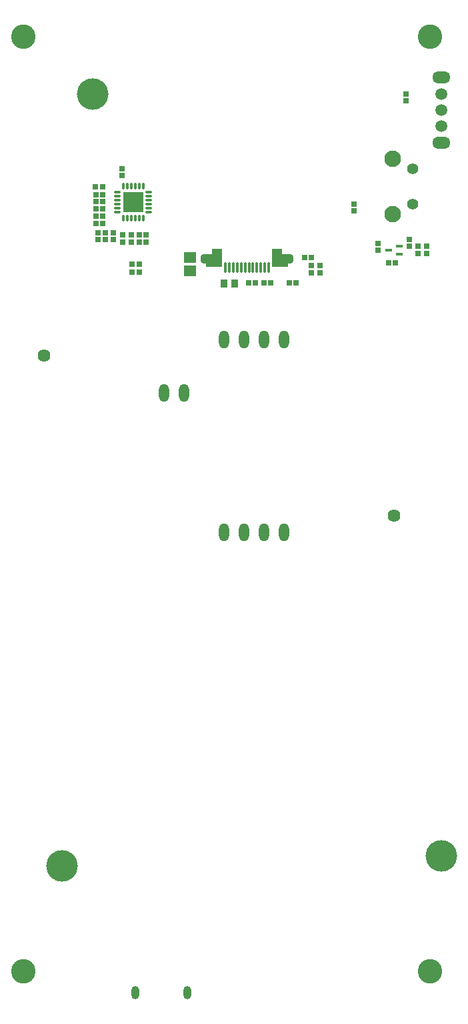
<source format=gbs>
G04 Layer_Color=8150272*
%FSLAX44Y44*%
%MOMM*%
G71*
G01*
G75*
%ADD62C,3.1000*%
%ADD91C,4.0000*%
%ADD98R,0.6500X0.7000*%
%ADD99R,0.7200X0.7600*%
%ADD100R,0.7600X0.7200*%
%ADD104R,0.7000X0.6500*%
%ADD106R,0.9500X1.0500*%
%ADD110R,1.5500X1.3500*%
%ADD128C,1.6240*%
%ADD129O,2.3000X1.5000*%
%ADD130C,1.4970*%
%ADD131C,2.1000*%
%ADD132C,1.4000*%
%ADD133O,1.0000X1.7000*%
%ADD134O,1.3000X2.3000*%
%ADD135R,2.5000X2.5000*%
%ADD136O,0.8000X0.3800*%
%ADD137O,0.3800X0.8000*%
%ADD138O,0.3500X1.4500*%
G04:AMPARAMS|DCode=139|XSize=2.7mm|YSize=1.15mm|CornerRadius=0.3mm|HoleSize=0mm|Usage=FLASHONLY|Rotation=0.000|XOffset=0mm|YOffset=0mm|HoleType=Round|Shape=RoundedRectangle|*
%AMROUNDEDRECTD139*
21,1,2.7000,0.5500,0,0,0.0*
21,1,2.1000,1.1500,0,0,0.0*
1,1,0.6000,1.0500,-0.2750*
1,1,0.6000,-1.0500,-0.2750*
1,1,0.6000,-1.0500,0.2750*
1,1,0.6000,1.0500,0.2750*
%
%ADD139ROUNDEDRECTD139*%
%ADD140R,0.9000X0.4500*%
G36*
X3942250Y2965800D02*
X3922250D01*
Y2971050D01*
X3918000D01*
X3915500Y2973550D01*
Y2979550D01*
X3918000Y2982050D01*
X3929250D01*
Y2989300D01*
X3942250D01*
Y2965800D01*
D02*
G37*
G36*
X4018750Y2982050D02*
X4030000D01*
X4032500Y2979550D01*
Y2973550D01*
X4030000Y2971050D01*
X4025750D01*
Y2965800D01*
X4005750D01*
Y2989300D01*
X4018750D01*
Y2982050D01*
D02*
G37*
D62*
X3689910Y3258088D02*
D03*
X4206089D02*
D03*
X3689910Y2071910D02*
D03*
X4206089D02*
D03*
D91*
X4221000Y2218000D02*
D03*
X3739000Y2206000D02*
D03*
X3778000Y3185000D02*
D03*
D98*
X3794370Y3001000D02*
D03*
Y3009500D02*
D03*
X4055657Y2967300D02*
D03*
Y2958800D02*
D03*
X4180000Y2992000D02*
D03*
Y3000500D02*
D03*
X4176000Y3176750D02*
D03*
Y3185250D02*
D03*
D99*
X3814935Y3081650D02*
D03*
Y3090450D02*
D03*
X3784285Y3009500D02*
D03*
Y3000700D02*
D03*
X3826750Y3006535D02*
D03*
Y2997735D02*
D03*
X3815750Y3006450D02*
D03*
Y2997650D02*
D03*
X3804370Y3009500D02*
D03*
Y3000700D02*
D03*
X4067000Y2967300D02*
D03*
Y2958500D02*
D03*
X4110000Y3046000D02*
D03*
Y3037200D02*
D03*
X4140000Y2987000D02*
D03*
Y2995800D02*
D03*
X4191000Y2992000D02*
D03*
Y2983200D02*
D03*
X4202000Y2992000D02*
D03*
Y2983200D02*
D03*
D100*
X3836950Y3006535D02*
D03*
X3845750D02*
D03*
X3836950Y2997050D02*
D03*
X3845750D02*
D03*
X3836950Y2969300D02*
D03*
X3828150D02*
D03*
X3836950Y2959300D02*
D03*
X3828150D02*
D03*
X4004000Y2946000D02*
D03*
X3995200D02*
D03*
X4036400D02*
D03*
X4027600D02*
D03*
X3781650Y3067343D02*
D03*
X3790450D02*
D03*
D104*
X3781950Y3057720D02*
D03*
X3790450D02*
D03*
X3781950Y3048770D02*
D03*
X3790450D02*
D03*
X3781950Y3039770D02*
D03*
X3790450D02*
D03*
X3781950Y3030770D02*
D03*
X3790450D02*
D03*
Y3021220D02*
D03*
X3781950D02*
D03*
X3984850Y2946000D02*
D03*
X3976350D02*
D03*
X4055726Y2978000D02*
D03*
X4047226D02*
D03*
X4153500Y2971000D02*
D03*
X4162000D02*
D03*
D106*
X3944995Y2944705D02*
D03*
X3958495D02*
D03*
D110*
X3901469Y2961300D02*
D03*
Y2977800D02*
D03*
D128*
X4160500Y2649800D02*
D03*
X3716000Y2853000D02*
D03*
D129*
X4221000Y3206148D02*
D03*
Y3123852D02*
D03*
D130*
Y3185320D02*
D03*
Y3165000D02*
D03*
Y3144680D02*
D03*
D131*
X4159000Y3032918D02*
D03*
Y3102918D02*
D03*
D132*
X4184000Y3045418D02*
D03*
Y3090418D02*
D03*
D133*
X3898000Y2044500D02*
D03*
X3832000D02*
D03*
D134*
X3995400Y2629400D02*
D03*
X4020800D02*
D03*
X3970000D02*
D03*
X3868400Y2806400D02*
D03*
X3944600Y2873400D02*
D03*
X3970000D02*
D03*
X4020800D02*
D03*
X3995400D02*
D03*
X3944600Y2629400D02*
D03*
X3893800Y2806400D02*
D03*
D135*
X3829450Y3048220D02*
D03*
D136*
X3809450Y3060720D02*
D03*
Y3055720D02*
D03*
Y3050720D02*
D03*
Y3045720D02*
D03*
Y3040720D02*
D03*
Y3035720D02*
D03*
X3849450D02*
D03*
Y3040720D02*
D03*
Y3045720D02*
D03*
Y3050720D02*
D03*
Y3055720D02*
D03*
Y3060720D02*
D03*
D137*
X3816950Y3028220D02*
D03*
X3821950D02*
D03*
X3826950D02*
D03*
X3831950D02*
D03*
X3836950D02*
D03*
X3841950D02*
D03*
Y3068220D02*
D03*
X3836950D02*
D03*
X3831950D02*
D03*
X3826950D02*
D03*
X3821950D02*
D03*
X3816950D02*
D03*
D138*
X3951500Y2965050D02*
D03*
X3946500D02*
D03*
X3956500D02*
D03*
X3961500D02*
D03*
X3966500D02*
D03*
X3971500D02*
D03*
X3976500D02*
D03*
X4001500D02*
D03*
X3996500D02*
D03*
X3991500D02*
D03*
X3986500D02*
D03*
X3981500D02*
D03*
D139*
X3928750Y2976550D02*
D03*
X4019250D02*
D03*
D140*
X4153500Y2987000D02*
D03*
X4167000Y2982000D02*
D03*
Y2992000D02*
D03*
M02*

</source>
